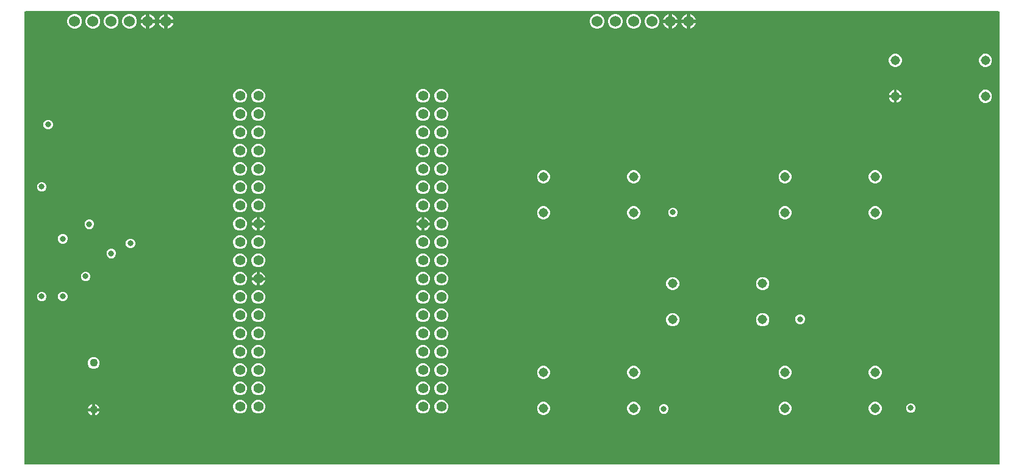
<source format=gbr>
G04 EAGLE Gerber X2 export*
%TF.Part,Single*%
%TF.FileFunction,Copper,L3,Inr,Mixed*%
%TF.FilePolarity,Positive*%
%TF.GenerationSoftware,Autodesk,EAGLE,8.7.1*%
%TF.CreationDate,2018-04-20T19:54:14Z*%
G75*
%MOMM*%
%FSLAX34Y34*%
%LPD*%
%AMOC8*
5,1,8,0,0,1.08239X$1,22.5*%
G01*
%ADD10C,1.308000*%
%ADD11C,1.524000*%
%ADD12C,1.397000*%
%ADD13C,1.108000*%
%ADD14C,0.812800*%

G36*
X1595821Y2548D02*
X1595821Y2548D01*
X1595888Y2545D01*
X1596015Y2567D01*
X1596143Y2581D01*
X1596206Y2601D01*
X1596272Y2612D01*
X1596391Y2660D01*
X1596514Y2699D01*
X1596572Y2731D01*
X1596634Y2756D01*
X1596741Y2827D01*
X1596854Y2890D01*
X1596904Y2934D01*
X1596960Y2970D01*
X1597051Y3061D01*
X1597148Y3146D01*
X1597188Y3199D01*
X1597235Y3246D01*
X1597305Y3354D01*
X1597383Y3457D01*
X1597411Y3517D01*
X1597448Y3573D01*
X1597495Y3693D01*
X1597550Y3809D01*
X1597566Y3874D01*
X1597590Y3936D01*
X1597602Y4022D01*
X1597642Y4188D01*
X1597647Y4358D01*
X1597659Y4445D01*
X1597659Y630555D01*
X1597652Y630621D01*
X1597655Y630688D01*
X1597633Y630815D01*
X1597619Y630943D01*
X1597599Y631006D01*
X1597588Y631072D01*
X1597540Y631191D01*
X1597501Y631314D01*
X1597469Y631372D01*
X1597444Y631434D01*
X1597373Y631541D01*
X1597310Y631654D01*
X1597266Y631704D01*
X1597230Y631760D01*
X1597139Y631851D01*
X1597054Y631948D01*
X1597001Y631988D01*
X1596954Y632035D01*
X1596846Y632105D01*
X1596743Y632183D01*
X1596683Y632211D01*
X1596627Y632248D01*
X1596507Y632295D01*
X1596391Y632350D01*
X1596326Y632366D01*
X1596264Y632390D01*
X1596178Y632402D01*
X1596012Y632442D01*
X1595842Y632447D01*
X1595755Y632459D01*
X245745Y632459D01*
X245679Y632452D01*
X245612Y632455D01*
X245485Y632433D01*
X245357Y632419D01*
X245294Y632399D01*
X245228Y632388D01*
X245109Y632340D01*
X244986Y632301D01*
X244928Y632269D01*
X244866Y632244D01*
X244759Y632173D01*
X244646Y632110D01*
X244596Y632066D01*
X244540Y632030D01*
X244449Y631939D01*
X244352Y631854D01*
X244312Y631801D01*
X244265Y631754D01*
X244195Y631646D01*
X244117Y631543D01*
X244089Y631483D01*
X244052Y631427D01*
X244005Y631307D01*
X243950Y631191D01*
X243934Y631126D01*
X243910Y631064D01*
X243898Y630978D01*
X243858Y630812D01*
X243853Y630642D01*
X243841Y630555D01*
X243841Y4445D01*
X243848Y4379D01*
X243845Y4312D01*
X243867Y4185D01*
X243881Y4057D01*
X243901Y3994D01*
X243912Y3928D01*
X243960Y3809D01*
X243999Y3686D01*
X244031Y3628D01*
X244056Y3566D01*
X244127Y3459D01*
X244190Y3346D01*
X244234Y3296D01*
X244270Y3240D01*
X244361Y3149D01*
X244446Y3052D01*
X244499Y3012D01*
X244546Y2965D01*
X244654Y2895D01*
X244757Y2817D01*
X244817Y2789D01*
X244873Y2752D01*
X244993Y2705D01*
X245109Y2650D01*
X245174Y2634D01*
X245236Y2610D01*
X245322Y2598D01*
X245488Y2558D01*
X245658Y2553D01*
X245745Y2541D01*
X1595755Y2541D01*
X1595821Y2548D01*
G37*
%LPC*%
G36*
X362469Y608329D02*
X362469Y608329D01*
X358734Y609876D01*
X355876Y612734D01*
X354329Y616469D01*
X354329Y620511D01*
X355876Y624246D01*
X358734Y627104D01*
X362469Y628651D01*
X366511Y628651D01*
X370246Y627104D01*
X373104Y624246D01*
X374651Y620511D01*
X374651Y616469D01*
X373104Y612734D01*
X370246Y609876D01*
X366511Y608329D01*
X362469Y608329D01*
G37*
%LPD*%
%LPC*%
G36*
X337069Y608329D02*
X337069Y608329D01*
X333334Y609876D01*
X330476Y612734D01*
X328929Y616469D01*
X328929Y620511D01*
X330476Y624246D01*
X333334Y627104D01*
X337069Y628651D01*
X341111Y628651D01*
X344846Y627104D01*
X347704Y624246D01*
X349251Y620511D01*
X349251Y616469D01*
X347704Y612734D01*
X344846Y609876D01*
X341111Y608329D01*
X337069Y608329D01*
G37*
%LPD*%
%LPC*%
G36*
X1113039Y608329D02*
X1113039Y608329D01*
X1109304Y609876D01*
X1106446Y612734D01*
X1104899Y616469D01*
X1104899Y620511D01*
X1106446Y624246D01*
X1109304Y627104D01*
X1113039Y628651D01*
X1117081Y628651D01*
X1120816Y627104D01*
X1123674Y624246D01*
X1125221Y620511D01*
X1125221Y616469D01*
X1123674Y612734D01*
X1120816Y609876D01*
X1117081Y608329D01*
X1113039Y608329D01*
G37*
%LPD*%
%LPC*%
G36*
X1087639Y608329D02*
X1087639Y608329D01*
X1083904Y609876D01*
X1081046Y612734D01*
X1079499Y616469D01*
X1079499Y620511D01*
X1081046Y624246D01*
X1083904Y627104D01*
X1087639Y628651D01*
X1091681Y628651D01*
X1095416Y627104D01*
X1098274Y624246D01*
X1099821Y620511D01*
X1099821Y616469D01*
X1098274Y612734D01*
X1095416Y609876D01*
X1091681Y608329D01*
X1087639Y608329D01*
G37*
%LPD*%
%LPC*%
G36*
X1062239Y608329D02*
X1062239Y608329D01*
X1058504Y609876D01*
X1055646Y612734D01*
X1054099Y616469D01*
X1054099Y620511D01*
X1055646Y624246D01*
X1058504Y627104D01*
X1062239Y628651D01*
X1066281Y628651D01*
X1070016Y627104D01*
X1072874Y624246D01*
X1074421Y620511D01*
X1074421Y616469D01*
X1072874Y612734D01*
X1070016Y609876D01*
X1066281Y608329D01*
X1062239Y608329D01*
G37*
%LPD*%
%LPC*%
G36*
X1036839Y608329D02*
X1036839Y608329D01*
X1033104Y609876D01*
X1030246Y612734D01*
X1028699Y616469D01*
X1028699Y620511D01*
X1030246Y624246D01*
X1033104Y627104D01*
X1036839Y628651D01*
X1040881Y628651D01*
X1044616Y627104D01*
X1047474Y624246D01*
X1049021Y620511D01*
X1049021Y616469D01*
X1047474Y612734D01*
X1044616Y609876D01*
X1040881Y608329D01*
X1036839Y608329D01*
G37*
%LPD*%
%LPC*%
G36*
X387869Y608329D02*
X387869Y608329D01*
X384134Y609876D01*
X381276Y612734D01*
X379729Y616469D01*
X379729Y620511D01*
X381276Y624246D01*
X384134Y627104D01*
X387869Y628651D01*
X391911Y628651D01*
X395646Y627104D01*
X398504Y624246D01*
X400051Y620511D01*
X400051Y616469D01*
X398504Y612734D01*
X395646Y609876D01*
X391911Y608329D01*
X387869Y608329D01*
G37*
%LPD*%
%LPC*%
G36*
X311669Y608329D02*
X311669Y608329D01*
X307934Y609876D01*
X305076Y612734D01*
X303529Y616469D01*
X303529Y620511D01*
X305076Y624246D01*
X307934Y627104D01*
X311669Y628651D01*
X315711Y628651D01*
X319446Y627104D01*
X322304Y624246D01*
X323851Y620511D01*
X323851Y616469D01*
X322304Y612734D01*
X319446Y609876D01*
X315711Y608329D01*
X311669Y608329D01*
G37*
%LPD*%
%LPC*%
G36*
X795405Y149814D02*
X795405Y149814D01*
X791904Y151264D01*
X789224Y153944D01*
X787774Y157445D01*
X787774Y161235D01*
X789224Y164736D01*
X791904Y167416D01*
X795405Y168866D01*
X799195Y168866D01*
X802696Y167416D01*
X805376Y164736D01*
X806826Y161235D01*
X806826Y157445D01*
X805376Y153944D01*
X802696Y151264D01*
X799195Y149814D01*
X795405Y149814D01*
G37*
%LPD*%
%LPC*%
G36*
X820805Y149814D02*
X820805Y149814D01*
X817304Y151264D01*
X814624Y153944D01*
X813174Y157445D01*
X813174Y161235D01*
X814624Y164736D01*
X817304Y167416D01*
X820805Y168866D01*
X824595Y168866D01*
X828096Y167416D01*
X830776Y164736D01*
X832226Y161235D01*
X832226Y157445D01*
X830776Y153944D01*
X828096Y151264D01*
X824595Y149814D01*
X820805Y149814D01*
G37*
%LPD*%
%LPC*%
G36*
X541405Y175214D02*
X541405Y175214D01*
X537904Y176664D01*
X535224Y179344D01*
X533774Y182845D01*
X533774Y186635D01*
X535224Y190136D01*
X537904Y192816D01*
X541405Y194266D01*
X545195Y194266D01*
X548696Y192816D01*
X551376Y190136D01*
X552826Y186635D01*
X552826Y182845D01*
X551376Y179344D01*
X548696Y176664D01*
X545195Y175214D01*
X541405Y175214D01*
G37*
%LPD*%
%LPC*%
G36*
X566805Y175214D02*
X566805Y175214D01*
X563304Y176664D01*
X560624Y179344D01*
X559174Y182845D01*
X559174Y186635D01*
X560624Y190136D01*
X563304Y192816D01*
X566805Y194266D01*
X570595Y194266D01*
X574096Y192816D01*
X576776Y190136D01*
X578226Y186635D01*
X578226Y182845D01*
X576776Y179344D01*
X574096Y176664D01*
X570595Y175214D01*
X566805Y175214D01*
G37*
%LPD*%
%LPC*%
G36*
X795405Y175214D02*
X795405Y175214D01*
X791904Y176664D01*
X789224Y179344D01*
X787774Y182845D01*
X787774Y186635D01*
X789224Y190136D01*
X791904Y192816D01*
X795405Y194266D01*
X799195Y194266D01*
X802696Y192816D01*
X805376Y190136D01*
X806826Y186635D01*
X806826Y182845D01*
X805376Y179344D01*
X802696Y176664D01*
X799195Y175214D01*
X795405Y175214D01*
G37*
%LPD*%
%LPC*%
G36*
X820805Y175214D02*
X820805Y175214D01*
X817304Y176664D01*
X814624Y179344D01*
X813174Y182845D01*
X813174Y186635D01*
X814624Y190136D01*
X817304Y192816D01*
X820805Y194266D01*
X824595Y194266D01*
X828096Y192816D01*
X830776Y190136D01*
X832226Y186635D01*
X832226Y182845D01*
X830776Y179344D01*
X828096Y176664D01*
X824595Y175214D01*
X820805Y175214D01*
G37*
%LPD*%
%LPC*%
G36*
X795405Y200614D02*
X795405Y200614D01*
X791904Y202064D01*
X789224Y204744D01*
X787774Y208245D01*
X787774Y212035D01*
X789224Y215536D01*
X791904Y218216D01*
X795405Y219666D01*
X799195Y219666D01*
X802696Y218216D01*
X805376Y215536D01*
X806826Y212035D01*
X806826Y208245D01*
X805376Y204744D01*
X802696Y202064D01*
X799195Y200614D01*
X795405Y200614D01*
G37*
%LPD*%
%LPC*%
G36*
X820805Y200614D02*
X820805Y200614D01*
X817304Y202064D01*
X814624Y204744D01*
X813174Y208245D01*
X813174Y212035D01*
X814624Y215536D01*
X817304Y218216D01*
X820805Y219666D01*
X824595Y219666D01*
X828096Y218216D01*
X830776Y215536D01*
X832226Y212035D01*
X832226Y208245D01*
X830776Y204744D01*
X828096Y202064D01*
X824595Y200614D01*
X820805Y200614D01*
G37*
%LPD*%
%LPC*%
G36*
X541405Y200614D02*
X541405Y200614D01*
X537904Y202064D01*
X535224Y204744D01*
X533774Y208245D01*
X533774Y212035D01*
X535224Y215536D01*
X537904Y218216D01*
X541405Y219666D01*
X545195Y219666D01*
X548696Y218216D01*
X551376Y215536D01*
X552826Y212035D01*
X552826Y208245D01*
X551376Y204744D01*
X548696Y202064D01*
X545195Y200614D01*
X541405Y200614D01*
G37*
%LPD*%
%LPC*%
G36*
X820805Y480014D02*
X820805Y480014D01*
X817304Y481464D01*
X814624Y484144D01*
X813174Y487645D01*
X813174Y491435D01*
X814624Y494936D01*
X817304Y497616D01*
X820805Y499066D01*
X824595Y499066D01*
X828096Y497616D01*
X830776Y494936D01*
X832226Y491435D01*
X832226Y487645D01*
X830776Y484144D01*
X828096Y481464D01*
X824595Y480014D01*
X820805Y480014D01*
G37*
%LPD*%
%LPC*%
G36*
X566805Y200614D02*
X566805Y200614D01*
X563304Y202064D01*
X560624Y204744D01*
X559174Y208245D01*
X559174Y212035D01*
X560624Y215536D01*
X563304Y218216D01*
X566805Y219666D01*
X570595Y219666D01*
X574096Y218216D01*
X576776Y215536D01*
X578226Y212035D01*
X578226Y208245D01*
X576776Y204744D01*
X574096Y202064D01*
X570595Y200614D01*
X566805Y200614D01*
G37*
%LPD*%
%LPC*%
G36*
X541405Y226014D02*
X541405Y226014D01*
X537904Y227464D01*
X535224Y230144D01*
X533774Y233645D01*
X533774Y237435D01*
X535224Y240936D01*
X537904Y243616D01*
X541405Y245066D01*
X545195Y245066D01*
X548696Y243616D01*
X551376Y240936D01*
X552826Y237435D01*
X552826Y233645D01*
X551376Y230144D01*
X548696Y227464D01*
X545195Y226014D01*
X541405Y226014D01*
G37*
%LPD*%
%LPC*%
G36*
X566805Y226014D02*
X566805Y226014D01*
X563304Y227464D01*
X560624Y230144D01*
X559174Y233645D01*
X559174Y237435D01*
X560624Y240936D01*
X563304Y243616D01*
X566805Y245066D01*
X570595Y245066D01*
X574096Y243616D01*
X576776Y240936D01*
X578226Y237435D01*
X578226Y233645D01*
X576776Y230144D01*
X574096Y227464D01*
X570595Y226014D01*
X566805Y226014D01*
G37*
%LPD*%
%LPC*%
G36*
X795405Y226014D02*
X795405Y226014D01*
X791904Y227464D01*
X789224Y230144D01*
X787774Y233645D01*
X787774Y237435D01*
X789224Y240936D01*
X791904Y243616D01*
X795405Y245066D01*
X799195Y245066D01*
X802696Y243616D01*
X805376Y240936D01*
X806826Y237435D01*
X806826Y233645D01*
X805376Y230144D01*
X802696Y227464D01*
X799195Y226014D01*
X795405Y226014D01*
G37*
%LPD*%
%LPC*%
G36*
X820805Y226014D02*
X820805Y226014D01*
X817304Y227464D01*
X814624Y230144D01*
X813174Y233645D01*
X813174Y237435D01*
X814624Y240936D01*
X817304Y243616D01*
X820805Y245066D01*
X824595Y245066D01*
X828096Y243616D01*
X830776Y240936D01*
X832226Y237435D01*
X832226Y233645D01*
X830776Y230144D01*
X828096Y227464D01*
X824595Y226014D01*
X820805Y226014D01*
G37*
%LPD*%
%LPC*%
G36*
X541405Y251414D02*
X541405Y251414D01*
X537904Y252864D01*
X535224Y255544D01*
X533774Y259045D01*
X533774Y262835D01*
X535224Y266336D01*
X537904Y269016D01*
X541405Y270466D01*
X545195Y270466D01*
X548696Y269016D01*
X551376Y266336D01*
X552826Y262835D01*
X552826Y259045D01*
X551376Y255544D01*
X548696Y252864D01*
X545195Y251414D01*
X541405Y251414D01*
G37*
%LPD*%
%LPC*%
G36*
X566805Y353014D02*
X566805Y353014D01*
X563304Y354464D01*
X560624Y357144D01*
X559174Y360645D01*
X559174Y364435D01*
X560624Y367936D01*
X563304Y370616D01*
X566805Y372066D01*
X570595Y372066D01*
X574096Y370616D01*
X576776Y367936D01*
X578226Y364435D01*
X578226Y360645D01*
X576776Y357144D01*
X574096Y354464D01*
X570595Y353014D01*
X566805Y353014D01*
G37*
%LPD*%
%LPC*%
G36*
X541405Y353014D02*
X541405Y353014D01*
X537904Y354464D01*
X535224Y357144D01*
X533774Y360645D01*
X533774Y364435D01*
X535224Y367936D01*
X537904Y370616D01*
X541405Y372066D01*
X545195Y372066D01*
X548696Y370616D01*
X551376Y367936D01*
X552826Y364435D01*
X552826Y360645D01*
X551376Y357144D01*
X548696Y354464D01*
X545195Y353014D01*
X541405Y353014D01*
G37*
%LPD*%
%LPC*%
G36*
X820805Y505414D02*
X820805Y505414D01*
X817304Y506864D01*
X814624Y509544D01*
X813174Y513045D01*
X813174Y516835D01*
X814624Y520336D01*
X817304Y523016D01*
X820805Y524466D01*
X824595Y524466D01*
X828096Y523016D01*
X830776Y520336D01*
X832226Y516835D01*
X832226Y513045D01*
X830776Y509544D01*
X828096Y506864D01*
X824595Y505414D01*
X820805Y505414D01*
G37*
%LPD*%
%LPC*%
G36*
X795405Y505414D02*
X795405Y505414D01*
X791904Y506864D01*
X789224Y509544D01*
X787774Y513045D01*
X787774Y516835D01*
X789224Y520336D01*
X791904Y523016D01*
X795405Y524466D01*
X799195Y524466D01*
X802696Y523016D01*
X805376Y520336D01*
X806826Y516835D01*
X806826Y513045D01*
X805376Y509544D01*
X802696Y506864D01*
X799195Y505414D01*
X795405Y505414D01*
G37*
%LPD*%
%LPC*%
G36*
X566805Y505414D02*
X566805Y505414D01*
X563304Y506864D01*
X560624Y509544D01*
X559174Y513045D01*
X559174Y516835D01*
X560624Y520336D01*
X563304Y523016D01*
X566805Y524466D01*
X570595Y524466D01*
X574096Y523016D01*
X576776Y520336D01*
X578226Y516835D01*
X578226Y513045D01*
X576776Y509544D01*
X574096Y506864D01*
X570595Y505414D01*
X566805Y505414D01*
G37*
%LPD*%
%LPC*%
G36*
X541405Y505414D02*
X541405Y505414D01*
X537904Y506864D01*
X535224Y509544D01*
X533774Y513045D01*
X533774Y516835D01*
X535224Y520336D01*
X537904Y523016D01*
X541405Y524466D01*
X545195Y524466D01*
X548696Y523016D01*
X551376Y520336D01*
X552826Y516835D01*
X552826Y513045D01*
X551376Y509544D01*
X548696Y506864D01*
X545195Y505414D01*
X541405Y505414D01*
G37*
%LPD*%
%LPC*%
G36*
X820805Y327614D02*
X820805Y327614D01*
X817304Y329064D01*
X814624Y331744D01*
X813174Y335245D01*
X813174Y339035D01*
X814624Y342536D01*
X817304Y345216D01*
X820805Y346666D01*
X824595Y346666D01*
X828096Y345216D01*
X830776Y342536D01*
X832226Y339035D01*
X832226Y335245D01*
X830776Y331744D01*
X828096Y329064D01*
X824595Y327614D01*
X820805Y327614D01*
G37*
%LPD*%
%LPC*%
G36*
X795405Y251414D02*
X795405Y251414D01*
X791904Y252864D01*
X789224Y255544D01*
X787774Y259045D01*
X787774Y262835D01*
X789224Y266336D01*
X791904Y269016D01*
X795405Y270466D01*
X799195Y270466D01*
X802696Y269016D01*
X805376Y266336D01*
X806826Y262835D01*
X806826Y259045D01*
X805376Y255544D01*
X802696Y252864D01*
X799195Y251414D01*
X795405Y251414D01*
G37*
%LPD*%
%LPC*%
G36*
X820805Y251414D02*
X820805Y251414D01*
X817304Y252864D01*
X814624Y255544D01*
X813174Y259045D01*
X813174Y262835D01*
X814624Y266336D01*
X817304Y269016D01*
X820805Y270466D01*
X824595Y270466D01*
X828096Y269016D01*
X830776Y266336D01*
X832226Y262835D01*
X832226Y259045D01*
X830776Y255544D01*
X828096Y252864D01*
X824595Y251414D01*
X820805Y251414D01*
G37*
%LPD*%
%LPC*%
G36*
X541405Y276814D02*
X541405Y276814D01*
X537904Y278264D01*
X535224Y280944D01*
X533774Y284445D01*
X533774Y288235D01*
X535224Y291736D01*
X537904Y294416D01*
X541405Y295866D01*
X545195Y295866D01*
X548696Y294416D01*
X551376Y291736D01*
X552826Y288235D01*
X552826Y284445D01*
X551376Y280944D01*
X548696Y278264D01*
X545195Y276814D01*
X541405Y276814D01*
G37*
%LPD*%
%LPC*%
G36*
X566805Y276814D02*
X566805Y276814D01*
X563304Y278264D01*
X560624Y280944D01*
X559174Y284445D01*
X559174Y288235D01*
X560624Y291736D01*
X563304Y294416D01*
X566805Y295866D01*
X570595Y295866D01*
X574096Y294416D01*
X576776Y291736D01*
X578226Y288235D01*
X578226Y284445D01*
X576776Y280944D01*
X574096Y278264D01*
X570595Y276814D01*
X566805Y276814D01*
G37*
%LPD*%
%LPC*%
G36*
X795405Y276814D02*
X795405Y276814D01*
X791904Y278264D01*
X789224Y280944D01*
X787774Y284445D01*
X787774Y288235D01*
X789224Y291736D01*
X791904Y294416D01*
X795405Y295866D01*
X799195Y295866D01*
X802696Y294416D01*
X805376Y291736D01*
X806826Y288235D01*
X806826Y284445D01*
X805376Y280944D01*
X802696Y278264D01*
X799195Y276814D01*
X795405Y276814D01*
G37*
%LPD*%
%LPC*%
G36*
X795405Y480014D02*
X795405Y480014D01*
X791904Y481464D01*
X789224Y484144D01*
X787774Y487645D01*
X787774Y491435D01*
X789224Y494936D01*
X791904Y497616D01*
X795405Y499066D01*
X799195Y499066D01*
X802696Y497616D01*
X805376Y494936D01*
X806826Y491435D01*
X806826Y487645D01*
X805376Y484144D01*
X802696Y481464D01*
X799195Y480014D01*
X795405Y480014D01*
G37*
%LPD*%
%LPC*%
G36*
X566805Y480014D02*
X566805Y480014D01*
X563304Y481464D01*
X560624Y484144D01*
X559174Y487645D01*
X559174Y491435D01*
X560624Y494936D01*
X563304Y497616D01*
X566805Y499066D01*
X570595Y499066D01*
X574096Y497616D01*
X576776Y494936D01*
X578226Y491435D01*
X578226Y487645D01*
X576776Y484144D01*
X574096Y481464D01*
X570595Y480014D01*
X566805Y480014D01*
G37*
%LPD*%
%LPC*%
G36*
X541405Y480014D02*
X541405Y480014D01*
X537904Y481464D01*
X535224Y484144D01*
X533774Y487645D01*
X533774Y491435D01*
X535224Y494936D01*
X537904Y497616D01*
X541405Y499066D01*
X545195Y499066D01*
X548696Y497616D01*
X551376Y494936D01*
X552826Y491435D01*
X552826Y487645D01*
X551376Y484144D01*
X548696Y481464D01*
X545195Y480014D01*
X541405Y480014D01*
G37*
%LPD*%
%LPC*%
G36*
X820805Y276814D02*
X820805Y276814D01*
X817304Y278264D01*
X814624Y280944D01*
X813174Y284445D01*
X813174Y288235D01*
X814624Y291736D01*
X817304Y294416D01*
X820805Y295866D01*
X824595Y295866D01*
X828096Y294416D01*
X830776Y291736D01*
X832226Y288235D01*
X832226Y284445D01*
X830776Y280944D01*
X828096Y278264D01*
X824595Y276814D01*
X820805Y276814D01*
G37*
%LPD*%
%LPC*%
G36*
X820805Y454614D02*
X820805Y454614D01*
X817304Y456064D01*
X814624Y458744D01*
X813174Y462245D01*
X813174Y466035D01*
X814624Y469536D01*
X817304Y472216D01*
X820805Y473666D01*
X824595Y473666D01*
X828096Y472216D01*
X830776Y469536D01*
X832226Y466035D01*
X832226Y462245D01*
X830776Y458744D01*
X828096Y456064D01*
X824595Y454614D01*
X820805Y454614D01*
G37*
%LPD*%
%LPC*%
G36*
X795405Y454614D02*
X795405Y454614D01*
X791904Y456064D01*
X789224Y458744D01*
X787774Y462245D01*
X787774Y466035D01*
X789224Y469536D01*
X791904Y472216D01*
X795405Y473666D01*
X799195Y473666D01*
X802696Y472216D01*
X805376Y469536D01*
X806826Y466035D01*
X806826Y462245D01*
X805376Y458744D01*
X802696Y456064D01*
X799195Y454614D01*
X795405Y454614D01*
G37*
%LPD*%
%LPC*%
G36*
X566805Y454614D02*
X566805Y454614D01*
X563304Y456064D01*
X560624Y458744D01*
X559174Y462245D01*
X559174Y466035D01*
X560624Y469536D01*
X563304Y472216D01*
X566805Y473666D01*
X570595Y473666D01*
X574096Y472216D01*
X576776Y469536D01*
X578226Y466035D01*
X578226Y462245D01*
X576776Y458744D01*
X574096Y456064D01*
X570595Y454614D01*
X566805Y454614D01*
G37*
%LPD*%
%LPC*%
G36*
X541405Y454614D02*
X541405Y454614D01*
X537904Y456064D01*
X535224Y458744D01*
X533774Y462245D01*
X533774Y466035D01*
X535224Y469536D01*
X537904Y472216D01*
X541405Y473666D01*
X545195Y473666D01*
X548696Y472216D01*
X551376Y469536D01*
X552826Y466035D01*
X552826Y462245D01*
X551376Y458744D01*
X548696Y456064D01*
X545195Y454614D01*
X541405Y454614D01*
G37*
%LPD*%
%LPC*%
G36*
X820805Y429214D02*
X820805Y429214D01*
X817304Y430664D01*
X814624Y433344D01*
X813174Y436845D01*
X813174Y440635D01*
X814624Y444136D01*
X817304Y446816D01*
X820805Y448266D01*
X824595Y448266D01*
X828096Y446816D01*
X830776Y444136D01*
X832226Y440635D01*
X832226Y436845D01*
X830776Y433344D01*
X828096Y430664D01*
X824595Y429214D01*
X820805Y429214D01*
G37*
%LPD*%
%LPC*%
G36*
X795405Y429214D02*
X795405Y429214D01*
X791904Y430664D01*
X789224Y433344D01*
X787774Y436845D01*
X787774Y440635D01*
X789224Y444136D01*
X791904Y446816D01*
X795405Y448266D01*
X799195Y448266D01*
X802696Y446816D01*
X805376Y444136D01*
X806826Y440635D01*
X806826Y436845D01*
X805376Y433344D01*
X802696Y430664D01*
X799195Y429214D01*
X795405Y429214D01*
G37*
%LPD*%
%LPC*%
G36*
X566805Y429214D02*
X566805Y429214D01*
X563304Y430664D01*
X560624Y433344D01*
X559174Y436845D01*
X559174Y440635D01*
X560624Y444136D01*
X563304Y446816D01*
X566805Y448266D01*
X570595Y448266D01*
X574096Y446816D01*
X576776Y444136D01*
X578226Y440635D01*
X578226Y436845D01*
X576776Y433344D01*
X574096Y430664D01*
X570595Y429214D01*
X566805Y429214D01*
G37*
%LPD*%
%LPC*%
G36*
X541405Y429214D02*
X541405Y429214D01*
X537904Y430664D01*
X535224Y433344D01*
X533774Y436845D01*
X533774Y440635D01*
X535224Y444136D01*
X537904Y446816D01*
X541405Y448266D01*
X545195Y448266D01*
X548696Y446816D01*
X551376Y444136D01*
X552826Y440635D01*
X552826Y436845D01*
X551376Y433344D01*
X548696Y430664D01*
X545195Y429214D01*
X541405Y429214D01*
G37*
%LPD*%
%LPC*%
G36*
X566805Y403814D02*
X566805Y403814D01*
X563304Y405264D01*
X560624Y407944D01*
X559174Y411445D01*
X559174Y415235D01*
X560624Y418736D01*
X563304Y421416D01*
X566805Y422866D01*
X570595Y422866D01*
X574096Y421416D01*
X576776Y418736D01*
X578226Y415235D01*
X578226Y411445D01*
X576776Y407944D01*
X574096Y405264D01*
X570595Y403814D01*
X566805Y403814D01*
G37*
%LPD*%
%LPC*%
G36*
X541405Y403814D02*
X541405Y403814D01*
X537904Y405264D01*
X535224Y407944D01*
X533774Y411445D01*
X533774Y415235D01*
X535224Y418736D01*
X537904Y421416D01*
X541405Y422866D01*
X545195Y422866D01*
X548696Y421416D01*
X551376Y418736D01*
X552826Y415235D01*
X552826Y411445D01*
X551376Y407944D01*
X548696Y405264D01*
X545195Y403814D01*
X541405Y403814D01*
G37*
%LPD*%
%LPC*%
G36*
X820805Y403814D02*
X820805Y403814D01*
X817304Y405264D01*
X814624Y407944D01*
X813174Y411445D01*
X813174Y415235D01*
X814624Y418736D01*
X817304Y421416D01*
X820805Y422866D01*
X824595Y422866D01*
X828096Y421416D01*
X830776Y418736D01*
X832226Y415235D01*
X832226Y411445D01*
X830776Y407944D01*
X828096Y405264D01*
X824595Y403814D01*
X820805Y403814D01*
G37*
%LPD*%
%LPC*%
G36*
X795405Y403814D02*
X795405Y403814D01*
X791904Y405264D01*
X789224Y407944D01*
X787774Y411445D01*
X787774Y415235D01*
X789224Y418736D01*
X791904Y421416D01*
X795405Y422866D01*
X799195Y422866D01*
X802696Y421416D01*
X805376Y418736D01*
X806826Y415235D01*
X806826Y411445D01*
X805376Y407944D01*
X802696Y405264D01*
X799195Y403814D01*
X795405Y403814D01*
G37*
%LPD*%
%LPC*%
G36*
X541405Y327614D02*
X541405Y327614D01*
X537904Y329064D01*
X535224Y331744D01*
X533774Y335245D01*
X533774Y339035D01*
X535224Y342536D01*
X537904Y345216D01*
X541405Y346666D01*
X545195Y346666D01*
X548696Y345216D01*
X551376Y342536D01*
X552826Y339035D01*
X552826Y335245D01*
X551376Y331744D01*
X548696Y329064D01*
X545195Y327614D01*
X541405Y327614D01*
G37*
%LPD*%
%LPC*%
G36*
X566805Y302214D02*
X566805Y302214D01*
X563304Y303664D01*
X560624Y306344D01*
X559174Y309845D01*
X559174Y313635D01*
X560624Y317136D01*
X563304Y319816D01*
X566805Y321266D01*
X570595Y321266D01*
X574096Y319816D01*
X576776Y317136D01*
X578226Y313635D01*
X578226Y309845D01*
X576776Y306344D01*
X574096Y303664D01*
X570595Y302214D01*
X566805Y302214D01*
G37*
%LPD*%
%LPC*%
G36*
X795405Y302214D02*
X795405Y302214D01*
X791904Y303664D01*
X789224Y306344D01*
X787774Y309845D01*
X787774Y313635D01*
X789224Y317136D01*
X791904Y319816D01*
X795405Y321266D01*
X799195Y321266D01*
X802696Y319816D01*
X805376Y317136D01*
X806826Y313635D01*
X806826Y309845D01*
X805376Y306344D01*
X802696Y303664D01*
X799195Y302214D01*
X795405Y302214D01*
G37*
%LPD*%
%LPC*%
G36*
X820805Y302214D02*
X820805Y302214D01*
X817304Y303664D01*
X814624Y306344D01*
X813174Y309845D01*
X813174Y313635D01*
X814624Y317136D01*
X817304Y319816D01*
X820805Y321266D01*
X824595Y321266D01*
X828096Y319816D01*
X830776Y317136D01*
X832226Y313635D01*
X832226Y309845D01*
X830776Y306344D01*
X828096Y303664D01*
X824595Y302214D01*
X820805Y302214D01*
G37*
%LPD*%
%LPC*%
G36*
X820805Y378414D02*
X820805Y378414D01*
X817304Y379864D01*
X814624Y382544D01*
X813174Y386045D01*
X813174Y389835D01*
X814624Y393336D01*
X817304Y396016D01*
X820805Y397466D01*
X824595Y397466D01*
X828096Y396016D01*
X830776Y393336D01*
X832226Y389835D01*
X832226Y386045D01*
X830776Y382544D01*
X828096Y379864D01*
X824595Y378414D01*
X820805Y378414D01*
G37*
%LPD*%
%LPC*%
G36*
X795405Y378414D02*
X795405Y378414D01*
X791904Y379864D01*
X789224Y382544D01*
X787774Y386045D01*
X787774Y389835D01*
X789224Y393336D01*
X791904Y396016D01*
X795405Y397466D01*
X799195Y397466D01*
X802696Y396016D01*
X805376Y393336D01*
X806826Y389835D01*
X806826Y386045D01*
X805376Y382544D01*
X802696Y379864D01*
X799195Y378414D01*
X795405Y378414D01*
G37*
%LPD*%
%LPC*%
G36*
X566805Y378414D02*
X566805Y378414D01*
X563304Y379864D01*
X560624Y382544D01*
X559174Y386045D01*
X559174Y389835D01*
X560624Y393336D01*
X563304Y396016D01*
X566805Y397466D01*
X570595Y397466D01*
X574096Y396016D01*
X576776Y393336D01*
X578226Y389835D01*
X578226Y386045D01*
X576776Y382544D01*
X574096Y379864D01*
X570595Y378414D01*
X566805Y378414D01*
G37*
%LPD*%
%LPC*%
G36*
X541405Y378414D02*
X541405Y378414D01*
X537904Y379864D01*
X535224Y382544D01*
X533774Y386045D01*
X533774Y389835D01*
X535224Y393336D01*
X537904Y396016D01*
X541405Y397466D01*
X545195Y397466D01*
X548696Y396016D01*
X551376Y393336D01*
X552826Y389835D01*
X552826Y386045D01*
X551376Y382544D01*
X548696Y379864D01*
X545195Y378414D01*
X541405Y378414D01*
G37*
%LPD*%
%LPC*%
G36*
X541405Y302214D02*
X541405Y302214D01*
X537904Y303664D01*
X535224Y306344D01*
X533774Y309845D01*
X533774Y313635D01*
X535224Y317136D01*
X537904Y319816D01*
X541405Y321266D01*
X545195Y321266D01*
X548696Y319816D01*
X551376Y317136D01*
X552826Y313635D01*
X552826Y309845D01*
X551376Y306344D01*
X548696Y303664D01*
X545195Y302214D01*
X541405Y302214D01*
G37*
%LPD*%
%LPC*%
G36*
X820805Y353014D02*
X820805Y353014D01*
X817304Y354464D01*
X814624Y357144D01*
X813174Y360645D01*
X813174Y364435D01*
X814624Y367936D01*
X817304Y370616D01*
X820805Y372066D01*
X824595Y372066D01*
X828096Y370616D01*
X830776Y367936D01*
X832226Y364435D01*
X832226Y360645D01*
X830776Y357144D01*
X828096Y354464D01*
X824595Y353014D01*
X820805Y353014D01*
G37*
%LPD*%
%LPC*%
G36*
X795405Y353014D02*
X795405Y353014D01*
X791904Y354464D01*
X789224Y357144D01*
X787774Y360645D01*
X787774Y364435D01*
X789224Y367936D01*
X791904Y370616D01*
X795405Y372066D01*
X799195Y372066D01*
X802696Y370616D01*
X805376Y367936D01*
X806826Y364435D01*
X806826Y360645D01*
X805376Y357144D01*
X802696Y354464D01*
X799195Y353014D01*
X795405Y353014D01*
G37*
%LPD*%
%LPC*%
G36*
X566805Y149814D02*
X566805Y149814D01*
X563304Y151264D01*
X560624Y153944D01*
X559174Y157445D01*
X559174Y161235D01*
X560624Y164736D01*
X563304Y167416D01*
X566805Y168866D01*
X570595Y168866D01*
X574096Y167416D01*
X576776Y164736D01*
X578226Y161235D01*
X578226Y157445D01*
X576776Y153944D01*
X574096Y151264D01*
X570595Y149814D01*
X566805Y149814D01*
G37*
%LPD*%
%LPC*%
G36*
X541405Y149814D02*
X541405Y149814D01*
X537904Y151264D01*
X535224Y153944D01*
X533774Y157445D01*
X533774Y161235D01*
X535224Y164736D01*
X537904Y167416D01*
X541405Y168866D01*
X545195Y168866D01*
X548696Y167416D01*
X551376Y164736D01*
X552826Y161235D01*
X552826Y157445D01*
X551376Y153944D01*
X548696Y151264D01*
X545195Y149814D01*
X541405Y149814D01*
G37*
%LPD*%
%LPC*%
G36*
X566805Y124414D02*
X566805Y124414D01*
X563304Y125864D01*
X560624Y128544D01*
X559174Y132045D01*
X559174Y135835D01*
X560624Y139336D01*
X563304Y142016D01*
X566805Y143466D01*
X570595Y143466D01*
X574096Y142016D01*
X576776Y139336D01*
X578226Y135835D01*
X578226Y132045D01*
X576776Y128544D01*
X574096Y125864D01*
X570595Y124414D01*
X566805Y124414D01*
G37*
%LPD*%
%LPC*%
G36*
X541405Y124414D02*
X541405Y124414D01*
X537904Y125864D01*
X535224Y128544D01*
X533774Y132045D01*
X533774Y135835D01*
X535224Y139336D01*
X537904Y142016D01*
X541405Y143466D01*
X545195Y143466D01*
X548696Y142016D01*
X551376Y139336D01*
X552826Y135835D01*
X552826Y132045D01*
X551376Y128544D01*
X548696Y125864D01*
X545195Y124414D01*
X541405Y124414D01*
G37*
%LPD*%
%LPC*%
G36*
X820805Y124414D02*
X820805Y124414D01*
X817304Y125864D01*
X814624Y128544D01*
X813174Y132045D01*
X813174Y135835D01*
X814624Y139336D01*
X817304Y142016D01*
X820805Y143466D01*
X824595Y143466D01*
X828096Y142016D01*
X830776Y139336D01*
X832226Y135835D01*
X832226Y132045D01*
X830776Y128544D01*
X828096Y125864D01*
X824595Y124414D01*
X820805Y124414D01*
G37*
%LPD*%
%LPC*%
G36*
X795405Y124414D02*
X795405Y124414D01*
X791904Y125864D01*
X789224Y128544D01*
X787774Y132045D01*
X787774Y135835D01*
X789224Y139336D01*
X791904Y142016D01*
X795405Y143466D01*
X799195Y143466D01*
X802696Y142016D01*
X805376Y139336D01*
X806826Y135835D01*
X806826Y132045D01*
X805376Y128544D01*
X802696Y125864D01*
X799195Y124414D01*
X795405Y124414D01*
G37*
%LPD*%
%LPC*%
G36*
X820805Y99014D02*
X820805Y99014D01*
X817304Y100464D01*
X814624Y103144D01*
X813174Y106645D01*
X813174Y110435D01*
X814624Y113936D01*
X817304Y116616D01*
X820805Y118066D01*
X824595Y118066D01*
X828096Y116616D01*
X830776Y113936D01*
X832226Y110435D01*
X832226Y106645D01*
X830776Y103144D01*
X828096Y100464D01*
X824595Y99014D01*
X820805Y99014D01*
G37*
%LPD*%
%LPC*%
G36*
X795405Y99014D02*
X795405Y99014D01*
X791904Y100464D01*
X789224Y103144D01*
X787774Y106645D01*
X787774Y110435D01*
X789224Y113936D01*
X791904Y116616D01*
X795405Y118066D01*
X799195Y118066D01*
X802696Y116616D01*
X805376Y113936D01*
X806826Y110435D01*
X806826Y106645D01*
X805376Y103144D01*
X802696Y100464D01*
X799195Y99014D01*
X795405Y99014D01*
G37*
%LPD*%
%LPC*%
G36*
X566805Y99014D02*
X566805Y99014D01*
X563304Y100464D01*
X560624Y103144D01*
X559174Y106645D01*
X559174Y110435D01*
X560624Y113936D01*
X563304Y116616D01*
X566805Y118066D01*
X570595Y118066D01*
X574096Y116616D01*
X576776Y113936D01*
X578226Y110435D01*
X578226Y106645D01*
X576776Y103144D01*
X574096Y100464D01*
X570595Y99014D01*
X566805Y99014D01*
G37*
%LPD*%
%LPC*%
G36*
X541405Y99014D02*
X541405Y99014D01*
X537904Y100464D01*
X535224Y103144D01*
X533774Y106645D01*
X533774Y110435D01*
X535224Y113936D01*
X537904Y116616D01*
X541405Y118066D01*
X545195Y118066D01*
X548696Y116616D01*
X551376Y113936D01*
X552826Y110435D01*
X552826Y106645D01*
X551376Y103144D01*
X548696Y100464D01*
X545195Y99014D01*
X541405Y99014D01*
G37*
%LPD*%
%LPC*%
G36*
X820805Y73614D02*
X820805Y73614D01*
X817304Y75064D01*
X814624Y77744D01*
X813174Y81245D01*
X813174Y85035D01*
X814624Y88536D01*
X817304Y91216D01*
X820805Y92666D01*
X824595Y92666D01*
X828096Y91216D01*
X830776Y88536D01*
X832226Y85035D01*
X832226Y81245D01*
X830776Y77744D01*
X828096Y75064D01*
X824595Y73614D01*
X820805Y73614D01*
G37*
%LPD*%
%LPC*%
G36*
X795405Y73614D02*
X795405Y73614D01*
X791904Y75064D01*
X789224Y77744D01*
X787774Y81245D01*
X787774Y85035D01*
X789224Y88536D01*
X791904Y91216D01*
X795405Y92666D01*
X799195Y92666D01*
X802696Y91216D01*
X805376Y88536D01*
X806826Y85035D01*
X806826Y81245D01*
X805376Y77744D01*
X802696Y75064D01*
X799195Y73614D01*
X795405Y73614D01*
G37*
%LPD*%
%LPC*%
G36*
X566805Y73614D02*
X566805Y73614D01*
X563304Y75064D01*
X560624Y77744D01*
X559174Y81245D01*
X559174Y85035D01*
X560624Y88536D01*
X563304Y91216D01*
X566805Y92666D01*
X570595Y92666D01*
X574096Y91216D01*
X576776Y88536D01*
X578226Y85035D01*
X578226Y81245D01*
X576776Y77744D01*
X574096Y75064D01*
X570595Y73614D01*
X566805Y73614D01*
G37*
%LPD*%
%LPC*%
G36*
X541405Y73614D02*
X541405Y73614D01*
X537904Y75064D01*
X535224Y77744D01*
X533774Y81245D01*
X533774Y85035D01*
X535224Y88536D01*
X537904Y91216D01*
X541405Y92666D01*
X545195Y92666D01*
X548696Y91216D01*
X551376Y88536D01*
X552826Y85035D01*
X552826Y81245D01*
X551376Y77744D01*
X548696Y75064D01*
X545195Y73614D01*
X541405Y73614D01*
G37*
%LPD*%
%LPC*%
G36*
X1266924Y194919D02*
X1266924Y194919D01*
X1263586Y196302D01*
X1261032Y198856D01*
X1259649Y202194D01*
X1259649Y205806D01*
X1261032Y209144D01*
X1263586Y211698D01*
X1266924Y213081D01*
X1270536Y213081D01*
X1273874Y211698D01*
X1276428Y209144D01*
X1277811Y205806D01*
X1277811Y202194D01*
X1276428Y198856D01*
X1273874Y196302D01*
X1270536Y194919D01*
X1266924Y194919D01*
G37*
%LPD*%
%LPC*%
G36*
X1141924Y194919D02*
X1141924Y194919D01*
X1138586Y196302D01*
X1136032Y198856D01*
X1134649Y202194D01*
X1134649Y205806D01*
X1136032Y209144D01*
X1138586Y211698D01*
X1141924Y213081D01*
X1145536Y213081D01*
X1148874Y211698D01*
X1151428Y209144D01*
X1152811Y205806D01*
X1152811Y202194D01*
X1151428Y198856D01*
X1148874Y196302D01*
X1145536Y194919D01*
X1141924Y194919D01*
G37*
%LPD*%
%LPC*%
G36*
X1576074Y555269D02*
X1576074Y555269D01*
X1572736Y556652D01*
X1570182Y559206D01*
X1568799Y562544D01*
X1568799Y566156D01*
X1570182Y569494D01*
X1572736Y572048D01*
X1576074Y573431D01*
X1579686Y573431D01*
X1583024Y572048D01*
X1585578Y569494D01*
X1586961Y566156D01*
X1586961Y562544D01*
X1585578Y559206D01*
X1583024Y556652D01*
X1579686Y555269D01*
X1576074Y555269D01*
G37*
%LPD*%
%LPC*%
G36*
X1451074Y555269D02*
X1451074Y555269D01*
X1447736Y556652D01*
X1445182Y559206D01*
X1443799Y562544D01*
X1443799Y566156D01*
X1445182Y569494D01*
X1447736Y572048D01*
X1451074Y573431D01*
X1454686Y573431D01*
X1458024Y572048D01*
X1460578Y569494D01*
X1461961Y566156D01*
X1461961Y562544D01*
X1460578Y559206D01*
X1458024Y556652D01*
X1454686Y555269D01*
X1451074Y555269D01*
G37*
%LPD*%
%LPC*%
G36*
X1576074Y505269D02*
X1576074Y505269D01*
X1572736Y506652D01*
X1570182Y509206D01*
X1568799Y512544D01*
X1568799Y516156D01*
X1570182Y519494D01*
X1572736Y522048D01*
X1576074Y523431D01*
X1579686Y523431D01*
X1583024Y522048D01*
X1585578Y519494D01*
X1586961Y516156D01*
X1586961Y512544D01*
X1585578Y509206D01*
X1583024Y506652D01*
X1579686Y505269D01*
X1576074Y505269D01*
G37*
%LPD*%
%LPC*%
G36*
X1087854Y393509D02*
X1087854Y393509D01*
X1084516Y394892D01*
X1081962Y397446D01*
X1080579Y400784D01*
X1080579Y404396D01*
X1081962Y407734D01*
X1084516Y410288D01*
X1087854Y411671D01*
X1091466Y411671D01*
X1094804Y410288D01*
X1097358Y407734D01*
X1098741Y404396D01*
X1098741Y400784D01*
X1097358Y397446D01*
X1094804Y394892D01*
X1091466Y393509D01*
X1087854Y393509D01*
G37*
%LPD*%
%LPC*%
G36*
X962854Y393509D02*
X962854Y393509D01*
X959516Y394892D01*
X956962Y397446D01*
X955579Y400784D01*
X955579Y404396D01*
X956962Y407734D01*
X959516Y410288D01*
X962854Y411671D01*
X966466Y411671D01*
X969804Y410288D01*
X972358Y407734D01*
X973741Y404396D01*
X973741Y400784D01*
X972358Y397446D01*
X969804Y394892D01*
X966466Y393509D01*
X962854Y393509D01*
G37*
%LPD*%
%LPC*%
G36*
X1423134Y393509D02*
X1423134Y393509D01*
X1419796Y394892D01*
X1417242Y397446D01*
X1415859Y400784D01*
X1415859Y404396D01*
X1417242Y407734D01*
X1419796Y410288D01*
X1423134Y411671D01*
X1426746Y411671D01*
X1430084Y410288D01*
X1432638Y407734D01*
X1434021Y404396D01*
X1434021Y400784D01*
X1432638Y397446D01*
X1430084Y394892D01*
X1426746Y393509D01*
X1423134Y393509D01*
G37*
%LPD*%
%LPC*%
G36*
X1087854Y121729D02*
X1087854Y121729D01*
X1084516Y123112D01*
X1081962Y125666D01*
X1080579Y129004D01*
X1080579Y132616D01*
X1081962Y135954D01*
X1084516Y138508D01*
X1087854Y139891D01*
X1091466Y139891D01*
X1094804Y138508D01*
X1097358Y135954D01*
X1098741Y132616D01*
X1098741Y129004D01*
X1097358Y125666D01*
X1094804Y123112D01*
X1091466Y121729D01*
X1087854Y121729D01*
G37*
%LPD*%
%LPC*%
G36*
X962854Y121729D02*
X962854Y121729D01*
X959516Y123112D01*
X956962Y125666D01*
X955579Y129004D01*
X955579Y132616D01*
X956962Y135954D01*
X959516Y138508D01*
X962854Y139891D01*
X966466Y139891D01*
X969804Y138508D01*
X972358Y135954D01*
X973741Y132616D01*
X973741Y129004D01*
X972358Y125666D01*
X969804Y123112D01*
X966466Y121729D01*
X962854Y121729D01*
G37*
%LPD*%
%LPC*%
G36*
X1423134Y121729D02*
X1423134Y121729D01*
X1419796Y123112D01*
X1417242Y125666D01*
X1415859Y129004D01*
X1415859Y132616D01*
X1417242Y135954D01*
X1419796Y138508D01*
X1423134Y139891D01*
X1426746Y139891D01*
X1430084Y138508D01*
X1432638Y135954D01*
X1434021Y132616D01*
X1434021Y129004D01*
X1432638Y125666D01*
X1430084Y123112D01*
X1426746Y121729D01*
X1423134Y121729D01*
G37*
%LPD*%
%LPC*%
G36*
X1298134Y393509D02*
X1298134Y393509D01*
X1294796Y394892D01*
X1292242Y397446D01*
X1290859Y400784D01*
X1290859Y404396D01*
X1292242Y407734D01*
X1294796Y410288D01*
X1298134Y411671D01*
X1301746Y411671D01*
X1305084Y410288D01*
X1307638Y407734D01*
X1309021Y404396D01*
X1309021Y400784D01*
X1307638Y397446D01*
X1305084Y394892D01*
X1301746Y393509D01*
X1298134Y393509D01*
G37*
%LPD*%
%LPC*%
G36*
X1423134Y343509D02*
X1423134Y343509D01*
X1419796Y344892D01*
X1417242Y347446D01*
X1415859Y350784D01*
X1415859Y354396D01*
X1417242Y357734D01*
X1419796Y360288D01*
X1423134Y361671D01*
X1426746Y361671D01*
X1430084Y360288D01*
X1432638Y357734D01*
X1434021Y354396D01*
X1434021Y350784D01*
X1432638Y347446D01*
X1430084Y344892D01*
X1426746Y343509D01*
X1423134Y343509D01*
G37*
%LPD*%
%LPC*%
G36*
X1298134Y343509D02*
X1298134Y343509D01*
X1294796Y344892D01*
X1292242Y347446D01*
X1290859Y350784D01*
X1290859Y354396D01*
X1292242Y357734D01*
X1294796Y360288D01*
X1298134Y361671D01*
X1301746Y361671D01*
X1305084Y360288D01*
X1307638Y357734D01*
X1309021Y354396D01*
X1309021Y350784D01*
X1307638Y347446D01*
X1305084Y344892D01*
X1301746Y343509D01*
X1298134Y343509D01*
G37*
%LPD*%
%LPC*%
G36*
X1087854Y343509D02*
X1087854Y343509D01*
X1084516Y344892D01*
X1081962Y347446D01*
X1080579Y350784D01*
X1080579Y354396D01*
X1081962Y357734D01*
X1084516Y360288D01*
X1087854Y361671D01*
X1091466Y361671D01*
X1094804Y360288D01*
X1097358Y357734D01*
X1098741Y354396D01*
X1098741Y350784D01*
X1097358Y347446D01*
X1094804Y344892D01*
X1091466Y343509D01*
X1087854Y343509D01*
G37*
%LPD*%
%LPC*%
G36*
X962854Y343509D02*
X962854Y343509D01*
X959516Y344892D01*
X956962Y347446D01*
X955579Y350784D01*
X955579Y354396D01*
X956962Y357734D01*
X959516Y360288D01*
X962854Y361671D01*
X966466Y361671D01*
X969804Y360288D01*
X972358Y357734D01*
X973741Y354396D01*
X973741Y350784D01*
X972358Y347446D01*
X969804Y344892D01*
X966466Y343509D01*
X962854Y343509D01*
G37*
%LPD*%
%LPC*%
G36*
X1298134Y121729D02*
X1298134Y121729D01*
X1294796Y123112D01*
X1292242Y125666D01*
X1290859Y129004D01*
X1290859Y132616D01*
X1292242Y135954D01*
X1294796Y138508D01*
X1298134Y139891D01*
X1301746Y139891D01*
X1305084Y138508D01*
X1307638Y135954D01*
X1309021Y132616D01*
X1309021Y129004D01*
X1307638Y125666D01*
X1305084Y123112D01*
X1301746Y121729D01*
X1298134Y121729D01*
G37*
%LPD*%
%LPC*%
G36*
X1266924Y244919D02*
X1266924Y244919D01*
X1263586Y246302D01*
X1261032Y248856D01*
X1259649Y252194D01*
X1259649Y255806D01*
X1261032Y259144D01*
X1263586Y261698D01*
X1266924Y263081D01*
X1270536Y263081D01*
X1273874Y261698D01*
X1276428Y259144D01*
X1277811Y255806D01*
X1277811Y252194D01*
X1276428Y248856D01*
X1273874Y246302D01*
X1270536Y244919D01*
X1266924Y244919D01*
G37*
%LPD*%
%LPC*%
G36*
X1141924Y244919D02*
X1141924Y244919D01*
X1138586Y246302D01*
X1136032Y248856D01*
X1134649Y252194D01*
X1134649Y255806D01*
X1136032Y259144D01*
X1138586Y261698D01*
X1141924Y263081D01*
X1145536Y263081D01*
X1148874Y261698D01*
X1151428Y259144D01*
X1152811Y255806D01*
X1152811Y252194D01*
X1151428Y248856D01*
X1148874Y246302D01*
X1145536Y244919D01*
X1141924Y244919D01*
G37*
%LPD*%
%LPC*%
G36*
X1423134Y71729D02*
X1423134Y71729D01*
X1419796Y73112D01*
X1417242Y75666D01*
X1415859Y79004D01*
X1415859Y82616D01*
X1417242Y85954D01*
X1419796Y88508D01*
X1423134Y89891D01*
X1426746Y89891D01*
X1430084Y88508D01*
X1432638Y85954D01*
X1434021Y82616D01*
X1434021Y79004D01*
X1432638Y75666D01*
X1430084Y73112D01*
X1426746Y71729D01*
X1423134Y71729D01*
G37*
%LPD*%
%LPC*%
G36*
X1298134Y71729D02*
X1298134Y71729D01*
X1294796Y73112D01*
X1292242Y75666D01*
X1290859Y79004D01*
X1290859Y82616D01*
X1292242Y85954D01*
X1294796Y88508D01*
X1298134Y89891D01*
X1301746Y89891D01*
X1305084Y88508D01*
X1307638Y85954D01*
X1309021Y82616D01*
X1309021Y79004D01*
X1307638Y75666D01*
X1305084Y73112D01*
X1301746Y71729D01*
X1298134Y71729D01*
G37*
%LPD*%
%LPC*%
G36*
X1087854Y71729D02*
X1087854Y71729D01*
X1084516Y73112D01*
X1081962Y75666D01*
X1080579Y79004D01*
X1080579Y82616D01*
X1081962Y85954D01*
X1084516Y88508D01*
X1087854Y89891D01*
X1091466Y89891D01*
X1094804Y88508D01*
X1097358Y85954D01*
X1098741Y82616D01*
X1098741Y79004D01*
X1097358Y75666D01*
X1094804Y73112D01*
X1091466Y71729D01*
X1087854Y71729D01*
G37*
%LPD*%
%LPC*%
G36*
X962854Y71729D02*
X962854Y71729D01*
X959516Y73112D01*
X956962Y75666D01*
X955579Y79004D01*
X955579Y82616D01*
X956962Y85954D01*
X959516Y88508D01*
X962854Y89891D01*
X966466Y89891D01*
X969804Y88508D01*
X972358Y85954D01*
X973741Y82616D01*
X973741Y79004D01*
X972358Y75666D01*
X969804Y73112D01*
X966466Y71729D01*
X962854Y71729D01*
G37*
%LPD*%
%LPC*%
G36*
X338353Y135769D02*
X338353Y135769D01*
X335383Y137000D01*
X333110Y139273D01*
X331879Y142243D01*
X331879Y145457D01*
X333110Y148427D01*
X335383Y150700D01*
X338353Y151931D01*
X341567Y151931D01*
X344537Y150700D01*
X346810Y148427D01*
X348041Y145457D01*
X348041Y142243D01*
X346810Y139273D01*
X344537Y137000D01*
X341567Y135769D01*
X338353Y135769D01*
G37*
%LPD*%
%LPC*%
G36*
X295866Y229615D02*
X295866Y229615D01*
X293439Y230621D01*
X291581Y232479D01*
X290575Y234906D01*
X290575Y237534D01*
X291581Y239961D01*
X293439Y241819D01*
X295866Y242825D01*
X298494Y242825D01*
X300921Y241819D01*
X302779Y239961D01*
X303785Y237534D01*
X303785Y234906D01*
X302779Y232479D01*
X300921Y230621D01*
X298494Y229615D01*
X295866Y229615D01*
G37*
%LPD*%
%LPC*%
G36*
X389846Y303275D02*
X389846Y303275D01*
X387419Y304281D01*
X385561Y306139D01*
X384555Y308566D01*
X384555Y311194D01*
X385561Y313621D01*
X387419Y315479D01*
X389846Y316485D01*
X392474Y316485D01*
X394901Y315479D01*
X396759Y313621D01*
X397765Y311194D01*
X397765Y308566D01*
X396759Y306139D01*
X394901Y304281D01*
X392474Y303275D01*
X389846Y303275D01*
G37*
%LPD*%
%LPC*%
G36*
X1319486Y197865D02*
X1319486Y197865D01*
X1317059Y198871D01*
X1315201Y200729D01*
X1314195Y203156D01*
X1314195Y205784D01*
X1315201Y208211D01*
X1317059Y210069D01*
X1319486Y211075D01*
X1322114Y211075D01*
X1324541Y210069D01*
X1326399Y208211D01*
X1327405Y205784D01*
X1327405Y203156D01*
X1326399Y200729D01*
X1324541Y198871D01*
X1322114Y197865D01*
X1319486Y197865D01*
G37*
%LPD*%
%LPC*%
G36*
X1473156Y74675D02*
X1473156Y74675D01*
X1470729Y75681D01*
X1468871Y77539D01*
X1467865Y79966D01*
X1467865Y82594D01*
X1468871Y85021D01*
X1470729Y86879D01*
X1473156Y87885D01*
X1475784Y87885D01*
X1478211Y86879D01*
X1480069Y85021D01*
X1481075Y82594D01*
X1481075Y79966D01*
X1480069Y77539D01*
X1478211Y75681D01*
X1475784Y74675D01*
X1473156Y74675D01*
G37*
%LPD*%
%LPC*%
G36*
X1130256Y73405D02*
X1130256Y73405D01*
X1127829Y74411D01*
X1125971Y76269D01*
X1124965Y78696D01*
X1124965Y81324D01*
X1125971Y83751D01*
X1127829Y85609D01*
X1130256Y86615D01*
X1132884Y86615D01*
X1135311Y85609D01*
X1137169Y83751D01*
X1138175Y81324D01*
X1138175Y78696D01*
X1137169Y76269D01*
X1135311Y74411D01*
X1132884Y73405D01*
X1130256Y73405D01*
G37*
%LPD*%
%LPC*%
G36*
X327616Y257555D02*
X327616Y257555D01*
X325189Y258561D01*
X323331Y260419D01*
X322325Y262846D01*
X322325Y265474D01*
X323331Y267901D01*
X325189Y269759D01*
X327616Y270765D01*
X330244Y270765D01*
X332671Y269759D01*
X334529Y267901D01*
X335535Y265474D01*
X335535Y262846D01*
X334529Y260419D01*
X332671Y258561D01*
X330244Y257555D01*
X327616Y257555D01*
G37*
%LPD*%
%LPC*%
G36*
X295866Y309625D02*
X295866Y309625D01*
X293439Y310631D01*
X291581Y312489D01*
X290575Y314916D01*
X290575Y317544D01*
X291581Y319971D01*
X293439Y321829D01*
X295866Y322835D01*
X298494Y322835D01*
X300921Y321829D01*
X302779Y319971D01*
X303785Y317544D01*
X303785Y314916D01*
X302779Y312489D01*
X300921Y310631D01*
X298494Y309625D01*
X295866Y309625D01*
G37*
%LPD*%
%LPC*%
G36*
X266656Y229615D02*
X266656Y229615D01*
X264229Y230621D01*
X262371Y232479D01*
X261365Y234906D01*
X261365Y237534D01*
X262371Y239961D01*
X264229Y241819D01*
X266656Y242825D01*
X269284Y242825D01*
X271711Y241819D01*
X273569Y239961D01*
X274575Y237534D01*
X274575Y234906D01*
X273569Y232479D01*
X271711Y230621D01*
X269284Y229615D01*
X266656Y229615D01*
G37*
%LPD*%
%LPC*%
G36*
X1142956Y346455D02*
X1142956Y346455D01*
X1140529Y347461D01*
X1138671Y349319D01*
X1137665Y351746D01*
X1137665Y354374D01*
X1138671Y356801D01*
X1140529Y358659D01*
X1142956Y359665D01*
X1145584Y359665D01*
X1148011Y358659D01*
X1149869Y356801D01*
X1150875Y354374D01*
X1150875Y351746D01*
X1149869Y349319D01*
X1148011Y347461D01*
X1145584Y346455D01*
X1142956Y346455D01*
G37*
%LPD*%
%LPC*%
G36*
X363176Y289305D02*
X363176Y289305D01*
X360749Y290311D01*
X358891Y292169D01*
X357885Y294596D01*
X357885Y297224D01*
X358891Y299651D01*
X360749Y301509D01*
X363176Y302515D01*
X365804Y302515D01*
X368231Y301509D01*
X370089Y299651D01*
X371095Y297224D01*
X371095Y294596D01*
X370089Y292169D01*
X368231Y290311D01*
X365804Y289305D01*
X363176Y289305D01*
G37*
%LPD*%
%LPC*%
G36*
X275546Y468375D02*
X275546Y468375D01*
X273119Y469381D01*
X271261Y471239D01*
X270255Y473666D01*
X270255Y476294D01*
X271261Y478721D01*
X273119Y480579D01*
X275546Y481585D01*
X278174Y481585D01*
X280601Y480579D01*
X282459Y478721D01*
X283465Y476294D01*
X283465Y473666D01*
X282459Y471239D01*
X280601Y469381D01*
X278174Y468375D01*
X275546Y468375D01*
G37*
%LPD*%
%LPC*%
G36*
X332696Y329945D02*
X332696Y329945D01*
X330269Y330951D01*
X328411Y332809D01*
X327405Y335236D01*
X327405Y337864D01*
X328411Y340291D01*
X330269Y342149D01*
X332696Y343155D01*
X335324Y343155D01*
X337751Y342149D01*
X339609Y340291D01*
X340615Y337864D01*
X340615Y335236D01*
X339609Y332809D01*
X337751Y330951D01*
X335324Y329945D01*
X332696Y329945D01*
G37*
%LPD*%
%LPC*%
G36*
X266656Y382015D02*
X266656Y382015D01*
X264229Y383021D01*
X262371Y384879D01*
X261365Y387306D01*
X261365Y389934D01*
X262371Y392361D01*
X264229Y394219D01*
X266656Y395225D01*
X269284Y395225D01*
X271711Y394219D01*
X273569Y392361D01*
X274575Y389934D01*
X274575Y387306D01*
X273569Y384879D01*
X271711Y383021D01*
X269284Y382015D01*
X266656Y382015D01*
G37*
%LPD*%
%LPC*%
G36*
X1168399Y621029D02*
X1168399Y621029D01*
X1168399Y628349D01*
X1169760Y627906D01*
X1171185Y627180D01*
X1172479Y626240D01*
X1173610Y625109D01*
X1174550Y623815D01*
X1175276Y622390D01*
X1175719Y621029D01*
X1168399Y621029D01*
G37*
%LPD*%
%LPC*%
G36*
X1142999Y621029D02*
X1142999Y621029D01*
X1142999Y628349D01*
X1144360Y627906D01*
X1145785Y627180D01*
X1147079Y626240D01*
X1148210Y625109D01*
X1149150Y623815D01*
X1149876Y622390D01*
X1150319Y621029D01*
X1142999Y621029D01*
G37*
%LPD*%
%LPC*%
G36*
X443229Y621029D02*
X443229Y621029D01*
X443229Y628349D01*
X444590Y627906D01*
X446015Y627180D01*
X447309Y626240D01*
X448440Y625109D01*
X449380Y623815D01*
X450106Y622390D01*
X450549Y621029D01*
X443229Y621029D01*
G37*
%LPD*%
%LPC*%
G36*
X417829Y621029D02*
X417829Y621029D01*
X417829Y628349D01*
X419190Y627906D01*
X420615Y627180D01*
X421909Y626240D01*
X423040Y625109D01*
X423980Y623815D01*
X424706Y622390D01*
X425149Y621029D01*
X417829Y621029D01*
G37*
%LPD*%
%LPC*%
G36*
X417829Y615951D02*
X417829Y615951D01*
X425149Y615951D01*
X424706Y614590D01*
X423980Y613165D01*
X423040Y611871D01*
X421909Y610740D01*
X420615Y609800D01*
X419190Y609074D01*
X417829Y608631D01*
X417829Y615951D01*
G37*
%LPD*%
%LPC*%
G36*
X443229Y615951D02*
X443229Y615951D01*
X450549Y615951D01*
X450106Y614590D01*
X449380Y613165D01*
X448440Y611871D01*
X447309Y610740D01*
X446015Y609800D01*
X444590Y609074D01*
X443229Y608631D01*
X443229Y615951D01*
G37*
%LPD*%
%LPC*%
G36*
X1142999Y615951D02*
X1142999Y615951D01*
X1150319Y615951D01*
X1149876Y614590D01*
X1149150Y613165D01*
X1148210Y611871D01*
X1147079Y610740D01*
X1145785Y609800D01*
X1144360Y609074D01*
X1142999Y608631D01*
X1142999Y615951D01*
G37*
%LPD*%
%LPC*%
G36*
X1168399Y615951D02*
X1168399Y615951D01*
X1175719Y615951D01*
X1175276Y614590D01*
X1174550Y613165D01*
X1173610Y611871D01*
X1172479Y610740D01*
X1171185Y609800D01*
X1169760Y609074D01*
X1168399Y608631D01*
X1168399Y615951D01*
G37*
%LPD*%
%LPC*%
G36*
X1130601Y621029D02*
X1130601Y621029D01*
X1131044Y622390D01*
X1131770Y623815D01*
X1132710Y625109D01*
X1133841Y626240D01*
X1135135Y627180D01*
X1136560Y627906D01*
X1137921Y628349D01*
X1137921Y621029D01*
X1130601Y621029D01*
G37*
%LPD*%
%LPC*%
G36*
X405431Y621029D02*
X405431Y621029D01*
X405874Y622390D01*
X406600Y623815D01*
X407540Y625109D01*
X408671Y626240D01*
X409965Y627180D01*
X411390Y627906D01*
X412751Y628349D01*
X412751Y621029D01*
X405431Y621029D01*
G37*
%LPD*%
%LPC*%
G36*
X1156001Y621029D02*
X1156001Y621029D01*
X1156444Y622390D01*
X1157170Y623815D01*
X1158110Y625109D01*
X1159241Y626240D01*
X1160535Y627180D01*
X1161960Y627906D01*
X1163321Y628349D01*
X1163321Y621029D01*
X1156001Y621029D01*
G37*
%LPD*%
%LPC*%
G36*
X430831Y621029D02*
X430831Y621029D01*
X431274Y622390D01*
X432000Y623815D01*
X432940Y625109D01*
X434071Y626240D01*
X435365Y627180D01*
X436790Y627906D01*
X438151Y628349D01*
X438151Y621029D01*
X430831Y621029D01*
G37*
%LPD*%
%LPC*%
G36*
X436790Y609074D02*
X436790Y609074D01*
X435365Y609800D01*
X434071Y610740D01*
X432940Y611871D01*
X432000Y613165D01*
X431274Y614590D01*
X430831Y615951D01*
X438151Y615951D01*
X438151Y608631D01*
X436790Y609074D01*
G37*
%LPD*%
%LPC*%
G36*
X1136560Y609074D02*
X1136560Y609074D01*
X1135135Y609800D01*
X1133841Y610740D01*
X1132710Y611871D01*
X1131770Y613165D01*
X1131044Y614590D01*
X1130601Y615951D01*
X1137921Y615951D01*
X1137921Y608631D01*
X1136560Y609074D01*
G37*
%LPD*%
%LPC*%
G36*
X1161960Y609074D02*
X1161960Y609074D01*
X1160535Y609800D01*
X1159241Y610740D01*
X1158110Y611871D01*
X1157170Y613165D01*
X1156444Y614590D01*
X1156001Y615951D01*
X1163321Y615951D01*
X1163321Y608631D01*
X1161960Y609074D01*
G37*
%LPD*%
%LPC*%
G36*
X411390Y609074D02*
X411390Y609074D01*
X409965Y609800D01*
X408671Y610740D01*
X407540Y611871D01*
X406600Y613165D01*
X405874Y614590D01*
X405431Y615951D01*
X412751Y615951D01*
X412751Y608631D01*
X411390Y609074D01*
G37*
%LPD*%
%LPC*%
G36*
X799522Y339362D02*
X799522Y339362D01*
X799522Y346433D01*
X799531Y346431D01*
X800957Y345968D01*
X802293Y345287D01*
X803506Y344406D01*
X804566Y343346D01*
X805447Y342133D01*
X806128Y340797D01*
X806591Y339371D01*
X806593Y339362D01*
X799522Y339362D01*
G37*
%LPD*%
%LPC*%
G36*
X570922Y263162D02*
X570922Y263162D01*
X570922Y270233D01*
X570931Y270231D01*
X572357Y269768D01*
X573693Y269087D01*
X574906Y268206D01*
X575966Y267146D01*
X576847Y265933D01*
X577528Y264597D01*
X577991Y263171D01*
X577993Y263162D01*
X570922Y263162D01*
G37*
%LPD*%
%LPC*%
G36*
X570922Y339362D02*
X570922Y339362D01*
X570922Y346433D01*
X570931Y346431D01*
X572357Y345968D01*
X573693Y345287D01*
X574906Y344406D01*
X575966Y343346D01*
X576847Y342133D01*
X577528Y340797D01*
X577991Y339371D01*
X577993Y339362D01*
X570922Y339362D01*
G37*
%LPD*%
%LPC*%
G36*
X570922Y334918D02*
X570922Y334918D01*
X577993Y334918D01*
X577991Y334909D01*
X577528Y333483D01*
X576847Y332147D01*
X575966Y330934D01*
X574906Y329874D01*
X573693Y328993D01*
X572357Y328312D01*
X570931Y327849D01*
X570922Y327847D01*
X570922Y334918D01*
G37*
%LPD*%
%LPC*%
G36*
X559407Y263162D02*
X559407Y263162D01*
X559409Y263171D01*
X559872Y264597D01*
X560553Y265933D01*
X561434Y267146D01*
X562494Y268206D01*
X563707Y269087D01*
X565043Y269768D01*
X566469Y270231D01*
X566478Y270233D01*
X566478Y263162D01*
X559407Y263162D01*
G37*
%LPD*%
%LPC*%
G36*
X570922Y258718D02*
X570922Y258718D01*
X577993Y258718D01*
X577991Y258709D01*
X577528Y257283D01*
X576847Y255947D01*
X575966Y254734D01*
X574906Y253674D01*
X573693Y252793D01*
X572357Y252112D01*
X570931Y251649D01*
X570922Y251647D01*
X570922Y258718D01*
G37*
%LPD*%
%LPC*%
G36*
X788007Y339362D02*
X788007Y339362D01*
X788009Y339371D01*
X788472Y340797D01*
X789153Y342133D01*
X790034Y343346D01*
X791094Y344406D01*
X792307Y345287D01*
X793643Y345968D01*
X795069Y346431D01*
X795078Y346433D01*
X795078Y339362D01*
X788007Y339362D01*
G37*
%LPD*%
%LPC*%
G36*
X559407Y339362D02*
X559407Y339362D01*
X559409Y339371D01*
X559872Y340797D01*
X560553Y342133D01*
X561434Y343346D01*
X562494Y344406D01*
X563707Y345287D01*
X565043Y345968D01*
X566469Y346431D01*
X566478Y346433D01*
X566478Y339362D01*
X559407Y339362D01*
G37*
%LPD*%
%LPC*%
G36*
X799522Y334918D02*
X799522Y334918D01*
X806593Y334918D01*
X806591Y334909D01*
X806128Y333483D01*
X805447Y332147D01*
X804566Y330934D01*
X803506Y329874D01*
X802293Y328993D01*
X800957Y328312D01*
X799531Y327849D01*
X799522Y327847D01*
X799522Y334918D01*
G37*
%LPD*%
%LPC*%
G36*
X566469Y327849D02*
X566469Y327849D01*
X565043Y328312D01*
X563707Y328993D01*
X562494Y329874D01*
X561434Y330934D01*
X560553Y332147D01*
X559872Y333483D01*
X559409Y334909D01*
X559407Y334918D01*
X566478Y334918D01*
X566478Y327847D01*
X566469Y327849D01*
G37*
%LPD*%
%LPC*%
G36*
X795069Y327849D02*
X795069Y327849D01*
X793643Y328312D01*
X792307Y328993D01*
X791094Y329874D01*
X790034Y330934D01*
X789153Y332147D01*
X788472Y333483D01*
X788009Y334909D01*
X788007Y334918D01*
X795078Y334918D01*
X795078Y327847D01*
X795069Y327849D01*
G37*
%LPD*%
%LPC*%
G36*
X566469Y251649D02*
X566469Y251649D01*
X565043Y252112D01*
X563707Y252793D01*
X562494Y253674D01*
X561434Y254734D01*
X560553Y255947D01*
X559872Y257283D01*
X559409Y258709D01*
X559407Y258718D01*
X566478Y258718D01*
X566478Y251647D01*
X566469Y251649D01*
G37*
%LPD*%
%LPC*%
G36*
X1454879Y516349D02*
X1454879Y516349D01*
X1454879Y523227D01*
X1455006Y523207D01*
X1456366Y522765D01*
X1457639Y522116D01*
X1458796Y521276D01*
X1459806Y520266D01*
X1460646Y519109D01*
X1461295Y517836D01*
X1461737Y516476D01*
X1461757Y516349D01*
X1454879Y516349D01*
G37*
%LPD*%
%LPC*%
G36*
X1454879Y512351D02*
X1454879Y512351D01*
X1461757Y512351D01*
X1461737Y512224D01*
X1461295Y510864D01*
X1460646Y509591D01*
X1459806Y508434D01*
X1458796Y507424D01*
X1457639Y506584D01*
X1456366Y505935D01*
X1455006Y505493D01*
X1454879Y505473D01*
X1454879Y512351D01*
G37*
%LPD*%
%LPC*%
G36*
X1444003Y516349D02*
X1444003Y516349D01*
X1444023Y516476D01*
X1444465Y517836D01*
X1445114Y519109D01*
X1445954Y520266D01*
X1446964Y521276D01*
X1448121Y522116D01*
X1449394Y522765D01*
X1450754Y523207D01*
X1450881Y523227D01*
X1450881Y516349D01*
X1444003Y516349D01*
G37*
%LPD*%
%LPC*%
G36*
X1450754Y505493D02*
X1450754Y505493D01*
X1449394Y505935D01*
X1448121Y506584D01*
X1446964Y507424D01*
X1445954Y508434D01*
X1445114Y509591D01*
X1444465Y510864D01*
X1444023Y512224D01*
X1444003Y512351D01*
X1450881Y512351D01*
X1450881Y505473D01*
X1450754Y505493D01*
G37*
%LPD*%
%LPC*%
G36*
X341864Y80754D02*
X341864Y80754D01*
X341864Y86710D01*
X342317Y86620D01*
X343788Y86011D01*
X345111Y85127D01*
X346237Y84001D01*
X347121Y82678D01*
X347730Y81207D01*
X347820Y80754D01*
X341864Y80754D01*
G37*
%LPD*%
%LPC*%
G36*
X332100Y80754D02*
X332100Y80754D01*
X332190Y81207D01*
X332799Y82678D01*
X333683Y84001D01*
X334809Y85127D01*
X336132Y86011D01*
X337603Y86620D01*
X338056Y86710D01*
X338056Y80754D01*
X332100Y80754D01*
G37*
%LPD*%
%LPC*%
G36*
X341864Y76946D02*
X341864Y76946D01*
X347820Y76946D01*
X347730Y76493D01*
X347121Y75022D01*
X346237Y73699D01*
X345111Y72573D01*
X343788Y71689D01*
X342317Y71080D01*
X341864Y70990D01*
X341864Y76946D01*
G37*
%LPD*%
%LPC*%
G36*
X337603Y71080D02*
X337603Y71080D01*
X336132Y71689D01*
X334809Y72573D01*
X333683Y73699D01*
X332799Y75022D01*
X332190Y76493D01*
X332100Y76946D01*
X338056Y76946D01*
X338056Y70990D01*
X337603Y71080D01*
G37*
%LPD*%
D10*
X1424940Y80810D03*
X1299940Y80810D03*
X1424940Y130810D03*
X1299940Y130810D03*
X1268730Y204000D03*
X1143730Y204000D03*
X1268730Y254000D03*
X1143730Y254000D03*
X1089660Y352590D03*
X964660Y352590D03*
X1089660Y402590D03*
X964660Y402590D03*
X1089660Y80810D03*
X964660Y80810D03*
X1089660Y130810D03*
X964660Y130810D03*
X1424940Y352590D03*
X1299940Y352590D03*
X1424940Y402590D03*
X1299940Y402590D03*
D11*
X313690Y618490D03*
X339090Y618490D03*
X364490Y618490D03*
X389890Y618490D03*
X415290Y618490D03*
X440690Y618490D03*
X1038860Y618490D03*
X1064260Y618490D03*
X1089660Y618490D03*
X1115060Y618490D03*
X1140460Y618490D03*
X1165860Y618490D03*
D12*
X543300Y514940D03*
X568700Y514940D03*
X543300Y489540D03*
X568700Y489540D03*
X543300Y464140D03*
X568700Y464140D03*
X543300Y438740D03*
X568700Y438740D03*
X543300Y413340D03*
X568700Y413340D03*
X543300Y387940D03*
X568700Y387940D03*
X543300Y362540D03*
X568700Y362540D03*
X543300Y337140D03*
X568700Y337140D03*
X543300Y311740D03*
X568700Y311740D03*
X543300Y286340D03*
X568700Y286340D03*
X543300Y260940D03*
X568700Y260940D03*
X543300Y235540D03*
X568700Y235540D03*
X543300Y210140D03*
X568700Y210140D03*
X543300Y184740D03*
X568700Y184740D03*
X543300Y159340D03*
X568700Y159340D03*
X543300Y133940D03*
X568700Y133940D03*
X543300Y108540D03*
X568700Y108540D03*
X543300Y83140D03*
X568700Y83140D03*
X797300Y514940D03*
X822700Y514940D03*
X797300Y489540D03*
X822700Y489540D03*
X797300Y464140D03*
X822700Y464140D03*
X797300Y438740D03*
X822700Y438740D03*
X797300Y413340D03*
X822700Y413340D03*
X797300Y387940D03*
X822700Y387940D03*
X797300Y362540D03*
X822700Y362540D03*
X797300Y337140D03*
X822700Y337140D03*
X797300Y311740D03*
X822700Y311740D03*
X797300Y286340D03*
X822700Y286340D03*
X797300Y260940D03*
X822700Y260940D03*
X797300Y235540D03*
X822700Y235540D03*
X797300Y210140D03*
X822700Y210140D03*
X797300Y184740D03*
X822700Y184740D03*
X797300Y159340D03*
X822700Y159340D03*
X797300Y133940D03*
X822700Y133940D03*
X797300Y108540D03*
X822700Y108540D03*
X797300Y83140D03*
X822700Y83140D03*
D10*
X1452880Y564350D03*
X1577880Y564350D03*
X1452880Y514350D03*
X1577880Y514350D03*
D13*
X339960Y143850D03*
X339960Y78850D03*
D14*
X1320800Y204470D03*
X1474470Y81280D03*
X297180Y236220D03*
X267970Y236220D03*
X391160Y309880D03*
X328930Y264160D03*
X364490Y295910D03*
X334010Y336550D03*
X297180Y316230D03*
X1131570Y80010D03*
X1144270Y353060D03*
X267970Y388620D03*
X1158240Y132080D03*
X1165860Y588010D03*
X1413510Y514350D03*
X340360Y21590D03*
X267970Y321310D03*
X267970Y306070D03*
X391160Y391160D03*
X321310Y275590D03*
X297180Y295910D03*
X276860Y511810D03*
X276860Y438150D03*
X1372870Y254000D03*
X1188720Y403860D03*
X1527810Y129540D03*
X1535430Y403860D03*
X415290Y593090D03*
X1140460Y588010D03*
X440690Y593090D03*
X276860Y474980D03*
M02*

</source>
